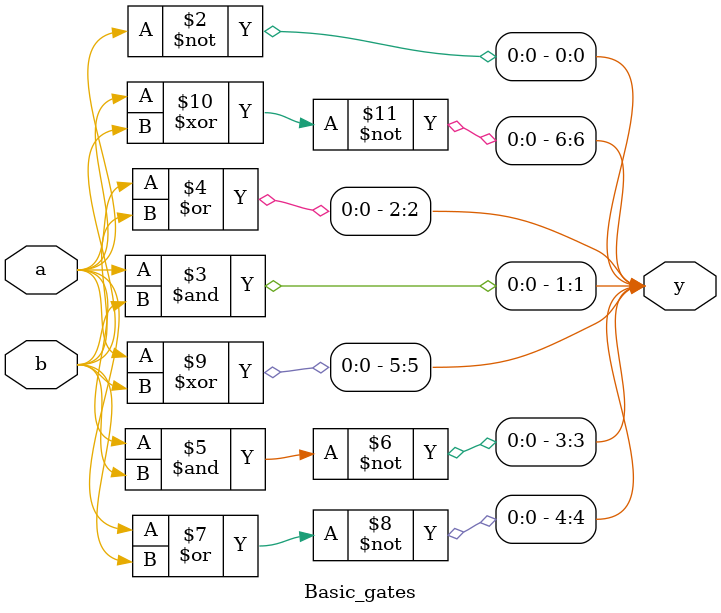
<source format=v>
`timescale 1ns / 1ps

module Basic_gates(
    input a,
    input b,
    output reg[0:6]y  //for Behavioral Modelling the output is declared with reg
    );
    always @ (a or b)
    begin
    y[0]=~a;        //Not gate
    y[1]=a&b;       //And gate
    y[2]=a|b;       //Or gate
    y[3]=~(a &b);   //Nand gate    
    y[4]=~(a|b);    //Nor gate
    y[5]=a^b;       //Ex-or gate
    y[6]=~(a^b);    //Ex-nor gate
    end
    endmodule
</source>
